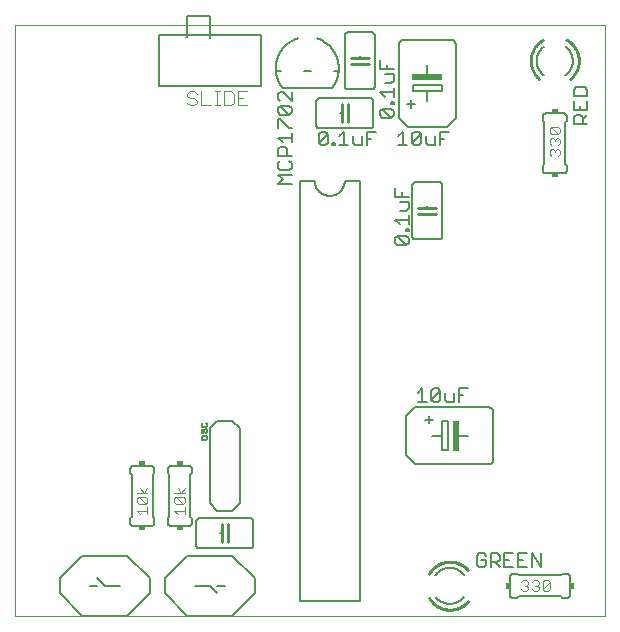
<source format=gto>
G75*
%MOIN*%
%OFA0B0*%
%FSLAX25Y25*%
%IPPOS*%
%LPD*%
%AMOC8*
5,1,8,0,0,1.08239X$1,22.5*
%
%ADD10C,0.00000*%
%ADD11C,0.00600*%
%ADD12C,0.01000*%
%ADD13C,0.00500*%
%ADD14R,0.02000X0.10000*%
%ADD15R,0.10000X0.02000*%
%ADD16C,0.00800*%
%ADD17R,0.02000X0.01500*%
%ADD18C,0.00400*%
%ADD19R,0.01500X0.02000*%
D10*
X0001800Y0001800D02*
X0001800Y0198650D01*
X0198650Y0198650D01*
X0198650Y0001800D01*
X0001800Y0001800D01*
D11*
X0040300Y0032800D02*
X0040300Y0034300D01*
X0040800Y0034800D01*
X0040800Y0048800D01*
X0040300Y0049300D01*
X0040300Y0050800D01*
X0040302Y0050860D01*
X0040307Y0050921D01*
X0040316Y0050980D01*
X0040329Y0051039D01*
X0040345Y0051098D01*
X0040365Y0051155D01*
X0040388Y0051210D01*
X0040415Y0051265D01*
X0040444Y0051317D01*
X0040477Y0051368D01*
X0040513Y0051417D01*
X0040551Y0051463D01*
X0040593Y0051507D01*
X0040637Y0051549D01*
X0040683Y0051587D01*
X0040732Y0051623D01*
X0040783Y0051656D01*
X0040835Y0051685D01*
X0040890Y0051712D01*
X0040945Y0051735D01*
X0041002Y0051755D01*
X0041061Y0051771D01*
X0041120Y0051784D01*
X0041179Y0051793D01*
X0041240Y0051798D01*
X0041300Y0051800D01*
X0047300Y0051800D01*
X0047360Y0051798D01*
X0047421Y0051793D01*
X0047480Y0051784D01*
X0047539Y0051771D01*
X0047598Y0051755D01*
X0047655Y0051735D01*
X0047710Y0051712D01*
X0047765Y0051685D01*
X0047817Y0051656D01*
X0047868Y0051623D01*
X0047917Y0051587D01*
X0047963Y0051549D01*
X0048007Y0051507D01*
X0048049Y0051463D01*
X0048087Y0051417D01*
X0048123Y0051368D01*
X0048156Y0051317D01*
X0048185Y0051265D01*
X0048212Y0051210D01*
X0048235Y0051155D01*
X0048255Y0051098D01*
X0048271Y0051039D01*
X0048284Y0050980D01*
X0048293Y0050921D01*
X0048298Y0050860D01*
X0048300Y0050800D01*
X0048300Y0049300D01*
X0047800Y0048800D01*
X0047800Y0034800D01*
X0048300Y0034300D01*
X0048300Y0032800D01*
X0048298Y0032740D01*
X0048293Y0032679D01*
X0048284Y0032620D01*
X0048271Y0032561D01*
X0048255Y0032502D01*
X0048235Y0032445D01*
X0048212Y0032390D01*
X0048185Y0032335D01*
X0048156Y0032283D01*
X0048123Y0032232D01*
X0048087Y0032183D01*
X0048049Y0032137D01*
X0048007Y0032093D01*
X0047963Y0032051D01*
X0047917Y0032013D01*
X0047868Y0031977D01*
X0047817Y0031944D01*
X0047765Y0031915D01*
X0047710Y0031888D01*
X0047655Y0031865D01*
X0047598Y0031845D01*
X0047539Y0031829D01*
X0047480Y0031816D01*
X0047421Y0031807D01*
X0047360Y0031802D01*
X0047300Y0031800D01*
X0041300Y0031800D01*
X0041240Y0031802D01*
X0041179Y0031807D01*
X0041120Y0031816D01*
X0041061Y0031829D01*
X0041002Y0031845D01*
X0040945Y0031865D01*
X0040890Y0031888D01*
X0040835Y0031915D01*
X0040783Y0031944D01*
X0040732Y0031977D01*
X0040683Y0032013D01*
X0040637Y0032051D01*
X0040593Y0032093D01*
X0040551Y0032137D01*
X0040513Y0032183D01*
X0040477Y0032232D01*
X0040444Y0032283D01*
X0040415Y0032335D01*
X0040388Y0032390D01*
X0040365Y0032445D01*
X0040345Y0032502D01*
X0040329Y0032561D01*
X0040316Y0032620D01*
X0040307Y0032679D01*
X0040302Y0032740D01*
X0040300Y0032800D01*
X0052800Y0032800D02*
X0052800Y0034300D01*
X0053300Y0034800D01*
X0053300Y0048800D01*
X0052800Y0049300D01*
X0052800Y0050800D01*
X0052802Y0050860D01*
X0052807Y0050921D01*
X0052816Y0050980D01*
X0052829Y0051039D01*
X0052845Y0051098D01*
X0052865Y0051155D01*
X0052888Y0051210D01*
X0052915Y0051265D01*
X0052944Y0051317D01*
X0052977Y0051368D01*
X0053013Y0051417D01*
X0053051Y0051463D01*
X0053093Y0051507D01*
X0053137Y0051549D01*
X0053183Y0051587D01*
X0053232Y0051623D01*
X0053283Y0051656D01*
X0053335Y0051685D01*
X0053390Y0051712D01*
X0053445Y0051735D01*
X0053502Y0051755D01*
X0053561Y0051771D01*
X0053620Y0051784D01*
X0053679Y0051793D01*
X0053740Y0051798D01*
X0053800Y0051800D01*
X0059800Y0051800D01*
X0059860Y0051798D01*
X0059921Y0051793D01*
X0059980Y0051784D01*
X0060039Y0051771D01*
X0060098Y0051755D01*
X0060155Y0051735D01*
X0060210Y0051712D01*
X0060265Y0051685D01*
X0060317Y0051656D01*
X0060368Y0051623D01*
X0060417Y0051587D01*
X0060463Y0051549D01*
X0060507Y0051507D01*
X0060549Y0051463D01*
X0060587Y0051417D01*
X0060623Y0051368D01*
X0060656Y0051317D01*
X0060685Y0051265D01*
X0060712Y0051210D01*
X0060735Y0051155D01*
X0060755Y0051098D01*
X0060771Y0051039D01*
X0060784Y0050980D01*
X0060793Y0050921D01*
X0060798Y0050860D01*
X0060800Y0050800D01*
X0060800Y0049300D01*
X0060300Y0048800D01*
X0060300Y0034800D01*
X0060800Y0034300D01*
X0060800Y0032800D01*
X0060798Y0032740D01*
X0060793Y0032679D01*
X0060784Y0032620D01*
X0060771Y0032561D01*
X0060755Y0032502D01*
X0060735Y0032445D01*
X0060712Y0032390D01*
X0060685Y0032335D01*
X0060656Y0032283D01*
X0060623Y0032232D01*
X0060587Y0032183D01*
X0060549Y0032137D01*
X0060507Y0032093D01*
X0060463Y0032051D01*
X0060417Y0032013D01*
X0060368Y0031977D01*
X0060317Y0031944D01*
X0060265Y0031915D01*
X0060210Y0031888D01*
X0060155Y0031865D01*
X0060098Y0031845D01*
X0060039Y0031829D01*
X0059980Y0031816D01*
X0059921Y0031807D01*
X0059860Y0031802D01*
X0059800Y0031800D01*
X0053800Y0031800D01*
X0053740Y0031802D01*
X0053679Y0031807D01*
X0053620Y0031816D01*
X0053561Y0031829D01*
X0053502Y0031845D01*
X0053445Y0031865D01*
X0053390Y0031888D01*
X0053335Y0031915D01*
X0053283Y0031944D01*
X0053232Y0031977D01*
X0053183Y0032013D01*
X0053137Y0032051D01*
X0053093Y0032093D01*
X0053051Y0032137D01*
X0053013Y0032183D01*
X0052977Y0032232D01*
X0052944Y0032283D01*
X0052915Y0032335D01*
X0052888Y0032390D01*
X0052865Y0032445D01*
X0052845Y0032502D01*
X0052829Y0032561D01*
X0052816Y0032620D01*
X0052807Y0032679D01*
X0052802Y0032740D01*
X0052800Y0032800D01*
X0062300Y0033300D02*
X0062300Y0025300D01*
X0062302Y0025240D01*
X0062307Y0025179D01*
X0062316Y0025120D01*
X0062329Y0025061D01*
X0062345Y0025002D01*
X0062365Y0024945D01*
X0062388Y0024890D01*
X0062415Y0024835D01*
X0062444Y0024783D01*
X0062477Y0024732D01*
X0062513Y0024683D01*
X0062551Y0024637D01*
X0062593Y0024593D01*
X0062637Y0024551D01*
X0062683Y0024513D01*
X0062732Y0024477D01*
X0062783Y0024444D01*
X0062835Y0024415D01*
X0062890Y0024388D01*
X0062945Y0024365D01*
X0063002Y0024345D01*
X0063061Y0024329D01*
X0063120Y0024316D01*
X0063179Y0024307D01*
X0063240Y0024302D01*
X0063300Y0024300D01*
X0080300Y0024300D01*
X0080360Y0024302D01*
X0080421Y0024307D01*
X0080480Y0024316D01*
X0080539Y0024329D01*
X0080598Y0024345D01*
X0080655Y0024365D01*
X0080710Y0024388D01*
X0080765Y0024415D01*
X0080817Y0024444D01*
X0080868Y0024477D01*
X0080917Y0024513D01*
X0080963Y0024551D01*
X0081007Y0024593D01*
X0081049Y0024637D01*
X0081087Y0024683D01*
X0081123Y0024732D01*
X0081156Y0024783D01*
X0081185Y0024835D01*
X0081212Y0024890D01*
X0081235Y0024945D01*
X0081255Y0025002D01*
X0081271Y0025061D01*
X0081284Y0025120D01*
X0081293Y0025179D01*
X0081298Y0025240D01*
X0081300Y0025300D01*
X0081300Y0033300D01*
X0081298Y0033360D01*
X0081293Y0033421D01*
X0081284Y0033480D01*
X0081271Y0033539D01*
X0081255Y0033598D01*
X0081235Y0033655D01*
X0081212Y0033710D01*
X0081185Y0033765D01*
X0081156Y0033817D01*
X0081123Y0033868D01*
X0081087Y0033917D01*
X0081049Y0033963D01*
X0081007Y0034007D01*
X0080963Y0034049D01*
X0080917Y0034087D01*
X0080868Y0034123D01*
X0080817Y0034156D01*
X0080765Y0034185D01*
X0080710Y0034212D01*
X0080655Y0034235D01*
X0080598Y0034255D01*
X0080539Y0034271D01*
X0080480Y0034284D01*
X0080421Y0034293D01*
X0080360Y0034298D01*
X0080300Y0034300D01*
X0063300Y0034300D01*
X0063240Y0034298D01*
X0063179Y0034293D01*
X0063120Y0034284D01*
X0063061Y0034271D01*
X0063002Y0034255D01*
X0062945Y0034235D01*
X0062890Y0034212D01*
X0062835Y0034185D01*
X0062783Y0034156D01*
X0062732Y0034123D01*
X0062683Y0034087D01*
X0062637Y0034049D01*
X0062593Y0034007D01*
X0062551Y0033963D01*
X0062513Y0033917D01*
X0062477Y0033868D01*
X0062444Y0033817D01*
X0062415Y0033765D01*
X0062388Y0033710D01*
X0062365Y0033655D01*
X0062345Y0033598D01*
X0062329Y0033539D01*
X0062316Y0033480D01*
X0062307Y0033421D01*
X0062302Y0033360D01*
X0062300Y0033300D01*
X0070300Y0029300D02*
X0070800Y0029300D01*
X0072800Y0029300D02*
X0073300Y0029300D01*
X0096800Y0006800D02*
X0096800Y0146300D01*
X0096800Y0146800D02*
X0101800Y0146800D01*
X0101802Y0146660D01*
X0101808Y0146520D01*
X0101818Y0146380D01*
X0101831Y0146240D01*
X0101849Y0146101D01*
X0101871Y0145962D01*
X0101896Y0145825D01*
X0101925Y0145687D01*
X0101958Y0145551D01*
X0101995Y0145416D01*
X0102036Y0145282D01*
X0102081Y0145149D01*
X0102129Y0145017D01*
X0102181Y0144887D01*
X0102236Y0144758D01*
X0102295Y0144631D01*
X0102358Y0144505D01*
X0102424Y0144381D01*
X0102493Y0144260D01*
X0102566Y0144140D01*
X0102643Y0144022D01*
X0102722Y0143907D01*
X0102805Y0143793D01*
X0102891Y0143683D01*
X0102980Y0143574D01*
X0103072Y0143468D01*
X0103167Y0143365D01*
X0103264Y0143264D01*
X0103365Y0143167D01*
X0103468Y0143072D01*
X0103574Y0142980D01*
X0103683Y0142891D01*
X0103793Y0142805D01*
X0103907Y0142722D01*
X0104022Y0142643D01*
X0104140Y0142566D01*
X0104260Y0142493D01*
X0104381Y0142424D01*
X0104505Y0142358D01*
X0104631Y0142295D01*
X0104758Y0142236D01*
X0104887Y0142181D01*
X0105017Y0142129D01*
X0105149Y0142081D01*
X0105282Y0142036D01*
X0105416Y0141995D01*
X0105551Y0141958D01*
X0105687Y0141925D01*
X0105825Y0141896D01*
X0105962Y0141871D01*
X0106101Y0141849D01*
X0106240Y0141831D01*
X0106380Y0141818D01*
X0106520Y0141808D01*
X0106660Y0141802D01*
X0106800Y0141800D01*
X0106940Y0141802D01*
X0107080Y0141808D01*
X0107220Y0141818D01*
X0107360Y0141831D01*
X0107499Y0141849D01*
X0107638Y0141871D01*
X0107775Y0141896D01*
X0107913Y0141925D01*
X0108049Y0141958D01*
X0108184Y0141995D01*
X0108318Y0142036D01*
X0108451Y0142081D01*
X0108583Y0142129D01*
X0108713Y0142181D01*
X0108842Y0142236D01*
X0108969Y0142295D01*
X0109095Y0142358D01*
X0109219Y0142424D01*
X0109340Y0142493D01*
X0109460Y0142566D01*
X0109578Y0142643D01*
X0109693Y0142722D01*
X0109807Y0142805D01*
X0109917Y0142891D01*
X0110026Y0142980D01*
X0110132Y0143072D01*
X0110235Y0143167D01*
X0110336Y0143264D01*
X0110433Y0143365D01*
X0110528Y0143468D01*
X0110620Y0143574D01*
X0110709Y0143683D01*
X0110795Y0143793D01*
X0110878Y0143907D01*
X0110957Y0144022D01*
X0111034Y0144140D01*
X0111107Y0144260D01*
X0111176Y0144381D01*
X0111242Y0144505D01*
X0111305Y0144631D01*
X0111364Y0144758D01*
X0111419Y0144887D01*
X0111471Y0145017D01*
X0111519Y0145149D01*
X0111564Y0145282D01*
X0111605Y0145416D01*
X0111642Y0145551D01*
X0111675Y0145687D01*
X0111704Y0145825D01*
X0111729Y0145962D01*
X0111751Y0146101D01*
X0111769Y0146240D01*
X0111782Y0146380D01*
X0111792Y0146520D01*
X0111798Y0146660D01*
X0111800Y0146800D01*
X0116800Y0146800D01*
X0116800Y0006800D01*
X0096800Y0006800D01*
X0135300Y0052300D02*
X0132300Y0055300D01*
X0132300Y0068300D01*
X0135300Y0071300D01*
X0159800Y0071300D01*
X0159876Y0071298D01*
X0159952Y0071292D01*
X0160027Y0071283D01*
X0160102Y0071269D01*
X0160176Y0071252D01*
X0160249Y0071231D01*
X0160321Y0071207D01*
X0160392Y0071178D01*
X0160461Y0071147D01*
X0160528Y0071112D01*
X0160593Y0071073D01*
X0160657Y0071031D01*
X0160718Y0070986D01*
X0160777Y0070938D01*
X0160833Y0070887D01*
X0160887Y0070833D01*
X0160938Y0070777D01*
X0160986Y0070718D01*
X0161031Y0070657D01*
X0161073Y0070593D01*
X0161112Y0070528D01*
X0161147Y0070461D01*
X0161178Y0070392D01*
X0161207Y0070321D01*
X0161231Y0070249D01*
X0161252Y0070176D01*
X0161269Y0070102D01*
X0161283Y0070027D01*
X0161292Y0069952D01*
X0161298Y0069876D01*
X0161300Y0069800D01*
X0161300Y0053800D01*
X0161298Y0053724D01*
X0161292Y0053648D01*
X0161283Y0053573D01*
X0161269Y0053498D01*
X0161252Y0053424D01*
X0161231Y0053351D01*
X0161207Y0053279D01*
X0161178Y0053208D01*
X0161147Y0053139D01*
X0161112Y0053072D01*
X0161073Y0053007D01*
X0161031Y0052943D01*
X0160986Y0052882D01*
X0160938Y0052823D01*
X0160887Y0052767D01*
X0160833Y0052713D01*
X0160777Y0052662D01*
X0160718Y0052614D01*
X0160657Y0052569D01*
X0160593Y0052527D01*
X0160528Y0052488D01*
X0160461Y0052453D01*
X0160392Y0052422D01*
X0160321Y0052393D01*
X0160249Y0052369D01*
X0160176Y0052348D01*
X0160102Y0052331D01*
X0160027Y0052317D01*
X0159952Y0052308D01*
X0159876Y0052302D01*
X0159800Y0052300D01*
X0135300Y0052300D01*
X0144300Y0057000D02*
X0146300Y0057000D01*
X0146300Y0066600D01*
X0144300Y0066600D01*
X0144300Y0061800D01*
X0144300Y0057000D01*
X0144300Y0061800D02*
X0140800Y0061800D01*
X0139800Y0065900D02*
X0139800Y0068400D01*
X0141100Y0067200D02*
X0138500Y0067200D01*
X0149300Y0061800D02*
X0152800Y0061800D01*
X0167800Y0015800D02*
X0169300Y0015800D01*
X0169800Y0015300D01*
X0183800Y0015300D01*
X0184300Y0015800D01*
X0185800Y0015800D01*
X0185860Y0015798D01*
X0185921Y0015793D01*
X0185980Y0015784D01*
X0186039Y0015771D01*
X0186098Y0015755D01*
X0186155Y0015735D01*
X0186210Y0015712D01*
X0186265Y0015685D01*
X0186317Y0015656D01*
X0186368Y0015623D01*
X0186417Y0015587D01*
X0186463Y0015549D01*
X0186507Y0015507D01*
X0186549Y0015463D01*
X0186587Y0015417D01*
X0186623Y0015368D01*
X0186656Y0015317D01*
X0186685Y0015265D01*
X0186712Y0015210D01*
X0186735Y0015155D01*
X0186755Y0015098D01*
X0186771Y0015039D01*
X0186784Y0014980D01*
X0186793Y0014921D01*
X0186798Y0014860D01*
X0186800Y0014800D01*
X0186800Y0008800D01*
X0186798Y0008740D01*
X0186793Y0008679D01*
X0186784Y0008620D01*
X0186771Y0008561D01*
X0186755Y0008502D01*
X0186735Y0008445D01*
X0186712Y0008390D01*
X0186685Y0008335D01*
X0186656Y0008283D01*
X0186623Y0008232D01*
X0186587Y0008183D01*
X0186549Y0008137D01*
X0186507Y0008093D01*
X0186463Y0008051D01*
X0186417Y0008013D01*
X0186368Y0007977D01*
X0186317Y0007944D01*
X0186265Y0007915D01*
X0186210Y0007888D01*
X0186155Y0007865D01*
X0186098Y0007845D01*
X0186039Y0007829D01*
X0185980Y0007816D01*
X0185921Y0007807D01*
X0185860Y0007802D01*
X0185800Y0007800D01*
X0184300Y0007800D01*
X0183800Y0008300D01*
X0169800Y0008300D01*
X0169300Y0007800D01*
X0167800Y0007800D01*
X0167740Y0007802D01*
X0167679Y0007807D01*
X0167620Y0007816D01*
X0167561Y0007829D01*
X0167502Y0007845D01*
X0167445Y0007865D01*
X0167390Y0007888D01*
X0167335Y0007915D01*
X0167283Y0007944D01*
X0167232Y0007977D01*
X0167183Y0008013D01*
X0167137Y0008051D01*
X0167093Y0008093D01*
X0167051Y0008137D01*
X0167013Y0008183D01*
X0166977Y0008232D01*
X0166944Y0008283D01*
X0166915Y0008335D01*
X0166888Y0008390D01*
X0166865Y0008445D01*
X0166845Y0008502D01*
X0166829Y0008561D01*
X0166816Y0008620D01*
X0166807Y0008679D01*
X0166802Y0008740D01*
X0166800Y0008800D01*
X0166800Y0014800D01*
X0166802Y0014860D01*
X0166807Y0014921D01*
X0166816Y0014980D01*
X0166829Y0015039D01*
X0166845Y0015098D01*
X0166865Y0015155D01*
X0166888Y0015210D01*
X0166915Y0015265D01*
X0166944Y0015317D01*
X0166977Y0015368D01*
X0167013Y0015417D01*
X0167051Y0015463D01*
X0167093Y0015507D01*
X0167137Y0015549D01*
X0167183Y0015587D01*
X0167232Y0015623D01*
X0167283Y0015656D01*
X0167335Y0015685D01*
X0167390Y0015712D01*
X0167445Y0015735D01*
X0167502Y0015755D01*
X0167561Y0015771D01*
X0167620Y0015784D01*
X0167679Y0015793D01*
X0167740Y0015798D01*
X0167800Y0015800D01*
X0146800Y0005800D02*
X0146648Y0005802D01*
X0146497Y0005808D01*
X0146346Y0005817D01*
X0146194Y0005831D01*
X0146044Y0005848D01*
X0145894Y0005869D01*
X0145744Y0005894D01*
X0145595Y0005922D01*
X0145447Y0005955D01*
X0145300Y0005991D01*
X0145153Y0006030D01*
X0145008Y0006074D01*
X0144864Y0006121D01*
X0144721Y0006172D01*
X0144580Y0006226D01*
X0144439Y0006284D01*
X0144301Y0006345D01*
X0144164Y0006410D01*
X0144028Y0006479D01*
X0143895Y0006550D01*
X0143763Y0006625D01*
X0143633Y0006704D01*
X0143506Y0006785D01*
X0143380Y0006870D01*
X0143256Y0006958D01*
X0143135Y0007049D01*
X0143016Y0007143D01*
X0142900Y0007241D01*
X0142786Y0007341D01*
X0142674Y0007443D01*
X0142566Y0007549D01*
X0142460Y0007657D01*
X0142356Y0007768D01*
X0142256Y0007882D01*
X0142158Y0007998D01*
X0142064Y0008117D01*
X0146800Y0017800D02*
X0146954Y0017798D01*
X0147108Y0017792D01*
X0147262Y0017782D01*
X0147416Y0017768D01*
X0147569Y0017751D01*
X0147721Y0017729D01*
X0147873Y0017703D01*
X0148025Y0017674D01*
X0148175Y0017640D01*
X0148325Y0017603D01*
X0148473Y0017562D01*
X0148621Y0017517D01*
X0148767Y0017468D01*
X0148912Y0017416D01*
X0149055Y0017360D01*
X0149198Y0017300D01*
X0149338Y0017237D01*
X0149477Y0017170D01*
X0149614Y0017099D01*
X0149749Y0017025D01*
X0149882Y0016948D01*
X0150014Y0016867D01*
X0150143Y0016783D01*
X0150270Y0016695D01*
X0150394Y0016604D01*
X0150516Y0016511D01*
X0150636Y0016413D01*
X0150753Y0016313D01*
X0150868Y0016210D01*
X0150980Y0016104D01*
X0151089Y0015996D01*
X0151195Y0015884D01*
X0151299Y0015770D01*
X0151399Y0015653D01*
X0151497Y0015534D01*
X0151591Y0015412D01*
X0151682Y0015287D01*
X0146800Y0017800D02*
X0146650Y0017798D01*
X0146499Y0017792D01*
X0146349Y0017783D01*
X0146200Y0017770D01*
X0146050Y0017753D01*
X0145901Y0017732D01*
X0145753Y0017708D01*
X0145605Y0017680D01*
X0145458Y0017648D01*
X0145312Y0017613D01*
X0145167Y0017573D01*
X0145023Y0017531D01*
X0144880Y0017484D01*
X0144738Y0017434D01*
X0144597Y0017381D01*
X0144458Y0017324D01*
X0144320Y0017264D01*
X0144184Y0017200D01*
X0144050Y0017133D01*
X0143917Y0017062D01*
X0143786Y0016988D01*
X0143657Y0016911D01*
X0143530Y0016830D01*
X0143405Y0016747D01*
X0143282Y0016660D01*
X0143161Y0016571D01*
X0143043Y0016478D01*
X0142927Y0016382D01*
X0142813Y0016284D01*
X0142702Y0016183D01*
X0142593Y0016078D01*
X0142488Y0015972D01*
X0142384Y0015862D01*
X0142284Y0015750D01*
X0142186Y0015636D01*
X0142092Y0015519D01*
X0142000Y0015400D01*
X0146800Y0005800D02*
X0146952Y0005802D01*
X0147103Y0005808D01*
X0147254Y0005817D01*
X0147406Y0005831D01*
X0147556Y0005848D01*
X0147706Y0005869D01*
X0147856Y0005894D01*
X0148005Y0005922D01*
X0148153Y0005955D01*
X0148300Y0005991D01*
X0148447Y0006030D01*
X0148592Y0006074D01*
X0148736Y0006121D01*
X0148879Y0006172D01*
X0149020Y0006226D01*
X0149161Y0006284D01*
X0149299Y0006345D01*
X0149436Y0006410D01*
X0149572Y0006479D01*
X0149705Y0006550D01*
X0149837Y0006625D01*
X0149967Y0006704D01*
X0150094Y0006785D01*
X0150220Y0006870D01*
X0150344Y0006958D01*
X0150465Y0007049D01*
X0150584Y0007143D01*
X0150700Y0007241D01*
X0150814Y0007341D01*
X0150926Y0007443D01*
X0151034Y0007549D01*
X0151140Y0007657D01*
X0151244Y0007768D01*
X0151344Y0007882D01*
X0151442Y0007998D01*
X0151536Y0008117D01*
X0143300Y0127300D02*
X0135300Y0127300D01*
X0135240Y0127302D01*
X0135179Y0127307D01*
X0135120Y0127316D01*
X0135061Y0127329D01*
X0135002Y0127345D01*
X0134945Y0127365D01*
X0134890Y0127388D01*
X0134835Y0127415D01*
X0134783Y0127444D01*
X0134732Y0127477D01*
X0134683Y0127513D01*
X0134637Y0127551D01*
X0134593Y0127593D01*
X0134551Y0127637D01*
X0134513Y0127683D01*
X0134477Y0127732D01*
X0134444Y0127783D01*
X0134415Y0127835D01*
X0134388Y0127890D01*
X0134365Y0127945D01*
X0134345Y0128002D01*
X0134329Y0128061D01*
X0134316Y0128120D01*
X0134307Y0128179D01*
X0134302Y0128240D01*
X0134300Y0128300D01*
X0134300Y0145300D01*
X0134302Y0145360D01*
X0134307Y0145421D01*
X0134316Y0145480D01*
X0134329Y0145539D01*
X0134345Y0145598D01*
X0134365Y0145655D01*
X0134388Y0145710D01*
X0134415Y0145765D01*
X0134444Y0145817D01*
X0134477Y0145868D01*
X0134513Y0145917D01*
X0134551Y0145963D01*
X0134593Y0146007D01*
X0134637Y0146049D01*
X0134683Y0146087D01*
X0134732Y0146123D01*
X0134783Y0146156D01*
X0134835Y0146185D01*
X0134890Y0146212D01*
X0134945Y0146235D01*
X0135002Y0146255D01*
X0135061Y0146271D01*
X0135120Y0146284D01*
X0135179Y0146293D01*
X0135240Y0146298D01*
X0135300Y0146300D01*
X0143300Y0146300D01*
X0143360Y0146298D01*
X0143421Y0146293D01*
X0143480Y0146284D01*
X0143539Y0146271D01*
X0143598Y0146255D01*
X0143655Y0146235D01*
X0143710Y0146212D01*
X0143765Y0146185D01*
X0143817Y0146156D01*
X0143868Y0146123D01*
X0143917Y0146087D01*
X0143963Y0146049D01*
X0144007Y0146007D01*
X0144049Y0145963D01*
X0144087Y0145917D01*
X0144123Y0145868D01*
X0144156Y0145817D01*
X0144185Y0145765D01*
X0144212Y0145710D01*
X0144235Y0145655D01*
X0144255Y0145598D01*
X0144271Y0145539D01*
X0144284Y0145480D01*
X0144293Y0145421D01*
X0144298Y0145360D01*
X0144300Y0145300D01*
X0144300Y0128300D01*
X0144298Y0128240D01*
X0144293Y0128179D01*
X0144284Y0128120D01*
X0144271Y0128061D01*
X0144255Y0128002D01*
X0144235Y0127945D01*
X0144212Y0127890D01*
X0144185Y0127835D01*
X0144156Y0127783D01*
X0144123Y0127732D01*
X0144087Y0127683D01*
X0144049Y0127637D01*
X0144007Y0127593D01*
X0143963Y0127551D01*
X0143917Y0127513D01*
X0143868Y0127477D01*
X0143817Y0127444D01*
X0143765Y0127415D01*
X0143710Y0127388D01*
X0143655Y0127365D01*
X0143598Y0127345D01*
X0143539Y0127329D01*
X0143480Y0127316D01*
X0143421Y0127307D01*
X0143360Y0127302D01*
X0143300Y0127300D01*
X0139300Y0135300D02*
X0139300Y0135800D01*
X0139300Y0137800D02*
X0139300Y0138300D01*
X0120300Y0164300D02*
X0103300Y0164300D01*
X0103240Y0164302D01*
X0103179Y0164307D01*
X0103120Y0164316D01*
X0103061Y0164329D01*
X0103002Y0164345D01*
X0102945Y0164365D01*
X0102890Y0164388D01*
X0102835Y0164415D01*
X0102783Y0164444D01*
X0102732Y0164477D01*
X0102683Y0164513D01*
X0102637Y0164551D01*
X0102593Y0164593D01*
X0102551Y0164637D01*
X0102513Y0164683D01*
X0102477Y0164732D01*
X0102444Y0164783D01*
X0102415Y0164835D01*
X0102388Y0164890D01*
X0102365Y0164945D01*
X0102345Y0165002D01*
X0102329Y0165061D01*
X0102316Y0165120D01*
X0102307Y0165179D01*
X0102302Y0165240D01*
X0102300Y0165300D01*
X0102300Y0173300D01*
X0102302Y0173360D01*
X0102307Y0173421D01*
X0102316Y0173480D01*
X0102329Y0173539D01*
X0102345Y0173598D01*
X0102365Y0173655D01*
X0102388Y0173710D01*
X0102415Y0173765D01*
X0102444Y0173817D01*
X0102477Y0173868D01*
X0102513Y0173917D01*
X0102551Y0173963D01*
X0102593Y0174007D01*
X0102637Y0174049D01*
X0102683Y0174087D01*
X0102732Y0174123D01*
X0102783Y0174156D01*
X0102835Y0174185D01*
X0102890Y0174212D01*
X0102945Y0174235D01*
X0103002Y0174255D01*
X0103061Y0174271D01*
X0103120Y0174284D01*
X0103179Y0174293D01*
X0103240Y0174298D01*
X0103300Y0174300D01*
X0120300Y0174300D01*
X0120360Y0174298D01*
X0120421Y0174293D01*
X0120480Y0174284D01*
X0120539Y0174271D01*
X0120598Y0174255D01*
X0120655Y0174235D01*
X0120710Y0174212D01*
X0120765Y0174185D01*
X0120817Y0174156D01*
X0120868Y0174123D01*
X0120917Y0174087D01*
X0120963Y0174049D01*
X0121007Y0174007D01*
X0121049Y0173963D01*
X0121087Y0173917D01*
X0121123Y0173868D01*
X0121156Y0173817D01*
X0121185Y0173765D01*
X0121212Y0173710D01*
X0121235Y0173655D01*
X0121255Y0173598D01*
X0121271Y0173539D01*
X0121284Y0173480D01*
X0121293Y0173421D01*
X0121298Y0173360D01*
X0121300Y0173300D01*
X0121300Y0165300D01*
X0121298Y0165240D01*
X0121293Y0165179D01*
X0121284Y0165120D01*
X0121271Y0165061D01*
X0121255Y0165002D01*
X0121235Y0164945D01*
X0121212Y0164890D01*
X0121185Y0164835D01*
X0121156Y0164783D01*
X0121123Y0164732D01*
X0121087Y0164683D01*
X0121049Y0164637D01*
X0121007Y0164593D01*
X0120963Y0164551D01*
X0120917Y0164513D01*
X0120868Y0164477D01*
X0120817Y0164444D01*
X0120765Y0164415D01*
X0120710Y0164388D01*
X0120655Y0164365D01*
X0120598Y0164345D01*
X0120539Y0164329D01*
X0120480Y0164316D01*
X0120421Y0164307D01*
X0120360Y0164302D01*
X0120300Y0164300D01*
X0113300Y0169300D02*
X0112800Y0169300D01*
X0110800Y0169300D02*
X0110300Y0169300D01*
X0112800Y0177300D02*
X0120800Y0177300D01*
X0120860Y0177302D01*
X0120921Y0177307D01*
X0120980Y0177316D01*
X0121039Y0177329D01*
X0121098Y0177345D01*
X0121155Y0177365D01*
X0121210Y0177388D01*
X0121265Y0177415D01*
X0121317Y0177444D01*
X0121368Y0177477D01*
X0121417Y0177513D01*
X0121463Y0177551D01*
X0121507Y0177593D01*
X0121549Y0177637D01*
X0121587Y0177683D01*
X0121623Y0177732D01*
X0121656Y0177783D01*
X0121685Y0177835D01*
X0121712Y0177890D01*
X0121735Y0177945D01*
X0121755Y0178002D01*
X0121771Y0178061D01*
X0121784Y0178120D01*
X0121793Y0178179D01*
X0121798Y0178240D01*
X0121800Y0178300D01*
X0121800Y0195300D01*
X0121798Y0195360D01*
X0121793Y0195421D01*
X0121784Y0195480D01*
X0121771Y0195539D01*
X0121755Y0195598D01*
X0121735Y0195655D01*
X0121712Y0195710D01*
X0121685Y0195765D01*
X0121656Y0195817D01*
X0121623Y0195868D01*
X0121587Y0195917D01*
X0121549Y0195963D01*
X0121507Y0196007D01*
X0121463Y0196049D01*
X0121417Y0196087D01*
X0121368Y0196123D01*
X0121317Y0196156D01*
X0121265Y0196185D01*
X0121210Y0196212D01*
X0121155Y0196235D01*
X0121098Y0196255D01*
X0121039Y0196271D01*
X0120980Y0196284D01*
X0120921Y0196293D01*
X0120860Y0196298D01*
X0120800Y0196300D01*
X0112800Y0196300D01*
X0112740Y0196298D01*
X0112679Y0196293D01*
X0112620Y0196284D01*
X0112561Y0196271D01*
X0112502Y0196255D01*
X0112445Y0196235D01*
X0112390Y0196212D01*
X0112335Y0196185D01*
X0112283Y0196156D01*
X0112232Y0196123D01*
X0112183Y0196087D01*
X0112137Y0196049D01*
X0112093Y0196007D01*
X0112051Y0195963D01*
X0112013Y0195917D01*
X0111977Y0195868D01*
X0111944Y0195817D01*
X0111915Y0195765D01*
X0111888Y0195710D01*
X0111865Y0195655D01*
X0111845Y0195598D01*
X0111829Y0195539D01*
X0111816Y0195480D01*
X0111807Y0195421D01*
X0111802Y0195360D01*
X0111800Y0195300D01*
X0111800Y0178300D01*
X0111802Y0178240D01*
X0111807Y0178179D01*
X0111816Y0178120D01*
X0111829Y0178061D01*
X0111845Y0178002D01*
X0111865Y0177945D01*
X0111888Y0177890D01*
X0111915Y0177835D01*
X0111944Y0177783D01*
X0111977Y0177732D01*
X0112013Y0177683D01*
X0112051Y0177637D01*
X0112093Y0177593D01*
X0112137Y0177551D01*
X0112183Y0177513D01*
X0112232Y0177477D01*
X0112283Y0177444D01*
X0112335Y0177415D01*
X0112390Y0177388D01*
X0112445Y0177365D01*
X0112502Y0177345D01*
X0112561Y0177329D01*
X0112620Y0177316D01*
X0112679Y0177307D01*
X0112740Y0177302D01*
X0112800Y0177300D01*
X0116800Y0185300D02*
X0116800Y0185800D01*
X0116800Y0187800D02*
X0116800Y0188300D01*
X0129800Y0192300D02*
X0129800Y0167800D01*
X0132800Y0164800D01*
X0145800Y0164800D01*
X0148800Y0167800D01*
X0148800Y0192300D01*
X0148798Y0192376D01*
X0148792Y0192452D01*
X0148783Y0192527D01*
X0148769Y0192602D01*
X0148752Y0192676D01*
X0148731Y0192749D01*
X0148707Y0192821D01*
X0148678Y0192892D01*
X0148647Y0192961D01*
X0148612Y0193028D01*
X0148573Y0193093D01*
X0148531Y0193157D01*
X0148486Y0193218D01*
X0148438Y0193277D01*
X0148387Y0193333D01*
X0148333Y0193387D01*
X0148277Y0193438D01*
X0148218Y0193486D01*
X0148157Y0193531D01*
X0148093Y0193573D01*
X0148028Y0193612D01*
X0147961Y0193647D01*
X0147892Y0193678D01*
X0147821Y0193707D01*
X0147749Y0193731D01*
X0147676Y0193752D01*
X0147602Y0193769D01*
X0147527Y0193783D01*
X0147452Y0193792D01*
X0147376Y0193798D01*
X0147300Y0193800D01*
X0131300Y0193800D01*
X0131224Y0193798D01*
X0131148Y0193792D01*
X0131073Y0193783D01*
X0130998Y0193769D01*
X0130924Y0193752D01*
X0130851Y0193731D01*
X0130779Y0193707D01*
X0130708Y0193678D01*
X0130639Y0193647D01*
X0130572Y0193612D01*
X0130507Y0193573D01*
X0130443Y0193531D01*
X0130382Y0193486D01*
X0130323Y0193438D01*
X0130267Y0193387D01*
X0130213Y0193333D01*
X0130162Y0193277D01*
X0130114Y0193218D01*
X0130069Y0193157D01*
X0130027Y0193093D01*
X0129988Y0193028D01*
X0129953Y0192961D01*
X0129922Y0192892D01*
X0129893Y0192821D01*
X0129869Y0192749D01*
X0129848Y0192676D01*
X0129831Y0192602D01*
X0129817Y0192527D01*
X0129808Y0192452D01*
X0129802Y0192376D01*
X0129800Y0192300D01*
X0139300Y0185300D02*
X0139300Y0181800D01*
X0139300Y0176800D02*
X0134500Y0176800D01*
X0134500Y0178800D01*
X0144100Y0178800D01*
X0144100Y0176800D01*
X0139300Y0176800D01*
X0139300Y0173300D01*
X0135200Y0172300D02*
X0132700Y0172300D01*
X0133900Y0173600D02*
X0133900Y0171000D01*
X0177800Y0168300D02*
X0177800Y0166800D01*
X0178300Y0166300D01*
X0178300Y0152300D01*
X0177800Y0151800D01*
X0177800Y0150300D01*
X0177802Y0150240D01*
X0177807Y0150179D01*
X0177816Y0150120D01*
X0177829Y0150061D01*
X0177845Y0150002D01*
X0177865Y0149945D01*
X0177888Y0149890D01*
X0177915Y0149835D01*
X0177944Y0149783D01*
X0177977Y0149732D01*
X0178013Y0149683D01*
X0178051Y0149637D01*
X0178093Y0149593D01*
X0178137Y0149551D01*
X0178183Y0149513D01*
X0178232Y0149477D01*
X0178283Y0149444D01*
X0178335Y0149415D01*
X0178390Y0149388D01*
X0178445Y0149365D01*
X0178502Y0149345D01*
X0178561Y0149329D01*
X0178620Y0149316D01*
X0178679Y0149307D01*
X0178740Y0149302D01*
X0178800Y0149300D01*
X0184800Y0149300D01*
X0184860Y0149302D01*
X0184921Y0149307D01*
X0184980Y0149316D01*
X0185039Y0149329D01*
X0185098Y0149345D01*
X0185155Y0149365D01*
X0185210Y0149388D01*
X0185265Y0149415D01*
X0185317Y0149444D01*
X0185368Y0149477D01*
X0185417Y0149513D01*
X0185463Y0149551D01*
X0185507Y0149593D01*
X0185549Y0149637D01*
X0185587Y0149683D01*
X0185623Y0149732D01*
X0185656Y0149783D01*
X0185685Y0149835D01*
X0185712Y0149890D01*
X0185735Y0149945D01*
X0185755Y0150002D01*
X0185771Y0150061D01*
X0185784Y0150120D01*
X0185793Y0150179D01*
X0185798Y0150240D01*
X0185800Y0150300D01*
X0185800Y0151800D01*
X0185300Y0152300D01*
X0185300Y0166300D01*
X0185800Y0166800D01*
X0185800Y0168300D01*
X0185798Y0168360D01*
X0185793Y0168421D01*
X0185784Y0168480D01*
X0185771Y0168539D01*
X0185755Y0168598D01*
X0185735Y0168655D01*
X0185712Y0168710D01*
X0185685Y0168765D01*
X0185656Y0168817D01*
X0185623Y0168868D01*
X0185587Y0168917D01*
X0185549Y0168963D01*
X0185507Y0169007D01*
X0185463Y0169049D01*
X0185417Y0169087D01*
X0185368Y0169123D01*
X0185317Y0169156D01*
X0185265Y0169185D01*
X0185210Y0169212D01*
X0185155Y0169235D01*
X0185098Y0169255D01*
X0185039Y0169271D01*
X0184980Y0169284D01*
X0184921Y0169293D01*
X0184860Y0169298D01*
X0184800Y0169300D01*
X0178800Y0169300D01*
X0178740Y0169298D01*
X0178679Y0169293D01*
X0178620Y0169284D01*
X0178561Y0169271D01*
X0178502Y0169255D01*
X0178445Y0169235D01*
X0178390Y0169212D01*
X0178335Y0169185D01*
X0178283Y0169156D01*
X0178232Y0169123D01*
X0178183Y0169087D01*
X0178137Y0169049D01*
X0178093Y0169007D01*
X0178051Y0168963D01*
X0178013Y0168917D01*
X0177977Y0168868D01*
X0177944Y0168817D01*
X0177915Y0168765D01*
X0177888Y0168710D01*
X0177865Y0168655D01*
X0177845Y0168598D01*
X0177829Y0168539D01*
X0177816Y0168480D01*
X0177807Y0168421D01*
X0177802Y0168360D01*
X0177800Y0168300D01*
X0175800Y0186800D02*
X0175802Y0186952D01*
X0175808Y0187103D01*
X0175817Y0187254D01*
X0175831Y0187406D01*
X0175848Y0187556D01*
X0175869Y0187706D01*
X0175894Y0187856D01*
X0175922Y0188005D01*
X0175955Y0188153D01*
X0175991Y0188300D01*
X0176030Y0188447D01*
X0176074Y0188592D01*
X0176121Y0188736D01*
X0176172Y0188879D01*
X0176226Y0189020D01*
X0176284Y0189161D01*
X0176345Y0189299D01*
X0176410Y0189436D01*
X0176479Y0189572D01*
X0176550Y0189705D01*
X0176625Y0189837D01*
X0176704Y0189967D01*
X0176785Y0190094D01*
X0176870Y0190220D01*
X0176958Y0190344D01*
X0177049Y0190465D01*
X0177143Y0190584D01*
X0177241Y0190700D01*
X0177341Y0190814D01*
X0177443Y0190926D01*
X0177549Y0191034D01*
X0177657Y0191140D01*
X0177768Y0191244D01*
X0177882Y0191344D01*
X0177998Y0191442D01*
X0178117Y0191536D01*
X0187800Y0186800D02*
X0187798Y0186646D01*
X0187792Y0186492D01*
X0187782Y0186338D01*
X0187768Y0186184D01*
X0187751Y0186031D01*
X0187729Y0185879D01*
X0187703Y0185727D01*
X0187674Y0185575D01*
X0187640Y0185425D01*
X0187603Y0185275D01*
X0187562Y0185127D01*
X0187517Y0184979D01*
X0187468Y0184833D01*
X0187416Y0184688D01*
X0187360Y0184545D01*
X0187300Y0184402D01*
X0187237Y0184262D01*
X0187170Y0184123D01*
X0187099Y0183986D01*
X0187025Y0183851D01*
X0186948Y0183718D01*
X0186867Y0183586D01*
X0186783Y0183457D01*
X0186695Y0183330D01*
X0186604Y0183206D01*
X0186511Y0183084D01*
X0186413Y0182964D01*
X0186313Y0182847D01*
X0186210Y0182732D01*
X0186104Y0182620D01*
X0185996Y0182511D01*
X0185884Y0182405D01*
X0185770Y0182301D01*
X0185653Y0182201D01*
X0185534Y0182103D01*
X0185412Y0182009D01*
X0185287Y0181918D01*
X0187800Y0186800D02*
X0187798Y0186950D01*
X0187792Y0187101D01*
X0187783Y0187251D01*
X0187770Y0187400D01*
X0187753Y0187550D01*
X0187732Y0187699D01*
X0187708Y0187847D01*
X0187680Y0187995D01*
X0187648Y0188142D01*
X0187613Y0188288D01*
X0187573Y0188433D01*
X0187531Y0188577D01*
X0187484Y0188720D01*
X0187434Y0188862D01*
X0187381Y0189003D01*
X0187324Y0189142D01*
X0187264Y0189280D01*
X0187200Y0189416D01*
X0187133Y0189550D01*
X0187062Y0189683D01*
X0186988Y0189814D01*
X0186911Y0189943D01*
X0186830Y0190070D01*
X0186747Y0190195D01*
X0186660Y0190318D01*
X0186571Y0190439D01*
X0186478Y0190557D01*
X0186382Y0190673D01*
X0186284Y0190787D01*
X0186183Y0190898D01*
X0186078Y0191007D01*
X0185972Y0191112D01*
X0185862Y0191216D01*
X0185750Y0191316D01*
X0185636Y0191414D01*
X0185519Y0191508D01*
X0185400Y0191600D01*
X0175800Y0186800D02*
X0175802Y0186648D01*
X0175808Y0186497D01*
X0175817Y0186346D01*
X0175831Y0186194D01*
X0175848Y0186044D01*
X0175869Y0185894D01*
X0175894Y0185744D01*
X0175922Y0185595D01*
X0175955Y0185447D01*
X0175991Y0185300D01*
X0176030Y0185153D01*
X0176074Y0185008D01*
X0176121Y0184864D01*
X0176172Y0184721D01*
X0176226Y0184580D01*
X0176284Y0184439D01*
X0176345Y0184301D01*
X0176410Y0184164D01*
X0176479Y0184028D01*
X0176550Y0183895D01*
X0176625Y0183763D01*
X0176704Y0183633D01*
X0176785Y0183506D01*
X0176870Y0183380D01*
X0176958Y0183256D01*
X0177049Y0183135D01*
X0177143Y0183016D01*
X0177241Y0182900D01*
X0177341Y0182786D01*
X0177443Y0182674D01*
X0177549Y0182566D01*
X0177657Y0182460D01*
X0177768Y0182356D01*
X0177882Y0182256D01*
X0177998Y0182158D01*
X0178117Y0182064D01*
D12*
X0189800Y0186800D02*
X0189798Y0186992D01*
X0189791Y0187184D01*
X0189779Y0187376D01*
X0189763Y0187568D01*
X0189742Y0187759D01*
X0189717Y0187949D01*
X0189687Y0188139D01*
X0189653Y0188328D01*
X0189614Y0188516D01*
X0189570Y0188703D01*
X0189522Y0188889D01*
X0189470Y0189074D01*
X0189413Y0189258D01*
X0189352Y0189440D01*
X0189286Y0189620D01*
X0189216Y0189799D01*
X0189142Y0189977D01*
X0189064Y0190152D01*
X0188981Y0190326D01*
X0188894Y0190497D01*
X0188804Y0190666D01*
X0188709Y0190833D01*
X0188610Y0190998D01*
X0188507Y0191161D01*
X0188400Y0191320D01*
X0188290Y0191478D01*
X0188176Y0191632D01*
X0188058Y0191784D01*
X0187936Y0191933D01*
X0187811Y0192079D01*
X0187683Y0192221D01*
X0187551Y0192361D01*
X0187416Y0192498D01*
X0187277Y0192631D01*
X0187136Y0192761D01*
X0186991Y0192887D01*
X0186843Y0193010D01*
X0186693Y0193129D01*
X0186539Y0193245D01*
X0186383Y0193357D01*
X0186224Y0193465D01*
X0186063Y0193570D01*
X0185899Y0193670D01*
X0185733Y0193766D01*
X0185565Y0193859D01*
X0177831Y0193746D02*
X0177662Y0193647D01*
X0177496Y0193543D01*
X0177332Y0193436D01*
X0177171Y0193325D01*
X0177013Y0193210D01*
X0176858Y0193091D01*
X0176705Y0192968D01*
X0176556Y0192842D01*
X0176410Y0192712D01*
X0176267Y0192578D01*
X0176127Y0192441D01*
X0175991Y0192301D01*
X0175858Y0192157D01*
X0175729Y0192010D01*
X0175603Y0191860D01*
X0175482Y0191707D01*
X0175363Y0191551D01*
X0175249Y0191392D01*
X0175139Y0191231D01*
X0175033Y0191066D01*
X0174930Y0190900D01*
X0174832Y0190730D01*
X0174738Y0190559D01*
X0174648Y0190385D01*
X0174563Y0190209D01*
X0174481Y0190031D01*
X0174405Y0189851D01*
X0174332Y0189669D01*
X0174264Y0189486D01*
X0174201Y0189301D01*
X0174142Y0189114D01*
X0174088Y0188926D01*
X0174038Y0188737D01*
X0173993Y0188547D01*
X0173953Y0188355D01*
X0173917Y0188163D01*
X0173886Y0187970D01*
X0173860Y0187776D01*
X0173838Y0187581D01*
X0173822Y0187386D01*
X0173810Y0187191D01*
X0173802Y0186995D01*
X0173800Y0186800D01*
X0173802Y0186607D01*
X0173809Y0186414D01*
X0173821Y0186222D01*
X0173837Y0186029D01*
X0173858Y0185837D01*
X0173884Y0185646D01*
X0173914Y0185456D01*
X0173949Y0185266D01*
X0173988Y0185077D01*
X0174032Y0184889D01*
X0174080Y0184702D01*
X0174133Y0184516D01*
X0174190Y0184332D01*
X0174252Y0184149D01*
X0174318Y0183968D01*
X0174389Y0183788D01*
X0174463Y0183610D01*
X0174542Y0183434D01*
X0174626Y0183260D01*
X0174713Y0183088D01*
X0174805Y0182918D01*
X0174901Y0182751D01*
X0175000Y0182585D01*
X0175104Y0182422D01*
X0175211Y0182262D01*
X0175323Y0182105D01*
X0175438Y0181950D01*
X0175557Y0181798D01*
X0175679Y0181649D01*
X0175805Y0181502D01*
X0175935Y0181359D01*
X0176068Y0181219D01*
X0176204Y0181083D01*
X0176344Y0180949D01*
X0176486Y0180820D01*
X0176632Y0180693D01*
X0186922Y0180654D02*
X0187070Y0180781D01*
X0187215Y0180911D01*
X0187356Y0181044D01*
X0187495Y0181181D01*
X0187630Y0181321D01*
X0187761Y0181465D01*
X0187889Y0181612D01*
X0188014Y0181761D01*
X0188135Y0181914D01*
X0188252Y0182069D01*
X0188365Y0182228D01*
X0188474Y0182389D01*
X0188579Y0182553D01*
X0188681Y0182719D01*
X0188778Y0182888D01*
X0188871Y0183058D01*
X0188960Y0183232D01*
X0189045Y0183407D01*
X0189125Y0183584D01*
X0189201Y0183763D01*
X0189273Y0183944D01*
X0189340Y0184127D01*
X0189403Y0184311D01*
X0189461Y0184497D01*
X0189515Y0184684D01*
X0189564Y0184872D01*
X0189609Y0185062D01*
X0189649Y0185252D01*
X0189684Y0185444D01*
X0189715Y0185636D01*
X0189741Y0185829D01*
X0189762Y0186023D01*
X0189779Y0186217D01*
X0189791Y0186411D01*
X0189798Y0186605D01*
X0189800Y0186800D01*
X0142300Y0137800D02*
X0139300Y0137800D01*
X0136300Y0137800D01*
X0136300Y0135800D02*
X0139300Y0135800D01*
X0142300Y0135800D01*
X0112800Y0166300D02*
X0112800Y0169300D01*
X0112800Y0172300D01*
X0110800Y0172300D02*
X0110800Y0169300D01*
X0110800Y0166300D01*
X0113800Y0185800D02*
X0116800Y0185800D01*
X0119800Y0185800D01*
X0119800Y0187800D02*
X0116800Y0187800D01*
X0113800Y0187800D01*
X0072800Y0032300D02*
X0072800Y0029300D01*
X0072800Y0026300D01*
X0070800Y0026300D02*
X0070800Y0029300D01*
X0070800Y0032300D01*
X0139854Y0007831D02*
X0139953Y0007662D01*
X0140057Y0007496D01*
X0140164Y0007332D01*
X0140275Y0007171D01*
X0140390Y0007013D01*
X0140509Y0006858D01*
X0140632Y0006705D01*
X0140758Y0006556D01*
X0140888Y0006410D01*
X0141022Y0006267D01*
X0141159Y0006127D01*
X0141299Y0005991D01*
X0141443Y0005858D01*
X0141590Y0005729D01*
X0141740Y0005603D01*
X0141893Y0005482D01*
X0142049Y0005363D01*
X0142208Y0005249D01*
X0142369Y0005139D01*
X0142534Y0005033D01*
X0142700Y0004930D01*
X0142870Y0004832D01*
X0143041Y0004738D01*
X0143215Y0004648D01*
X0143391Y0004563D01*
X0143569Y0004481D01*
X0143749Y0004405D01*
X0143931Y0004332D01*
X0144114Y0004264D01*
X0144299Y0004201D01*
X0144486Y0004142D01*
X0144674Y0004088D01*
X0144863Y0004038D01*
X0145053Y0003993D01*
X0145245Y0003953D01*
X0145437Y0003917D01*
X0145630Y0003886D01*
X0145824Y0003860D01*
X0146019Y0003838D01*
X0146214Y0003822D01*
X0146409Y0003810D01*
X0146605Y0003802D01*
X0146800Y0003800D01*
X0139741Y0015565D02*
X0139834Y0015733D01*
X0139930Y0015899D01*
X0140030Y0016063D01*
X0140135Y0016224D01*
X0140243Y0016383D01*
X0140355Y0016539D01*
X0140471Y0016693D01*
X0140590Y0016843D01*
X0140713Y0016991D01*
X0140839Y0017136D01*
X0140969Y0017277D01*
X0141102Y0017416D01*
X0141239Y0017551D01*
X0141379Y0017683D01*
X0141521Y0017811D01*
X0141667Y0017936D01*
X0141816Y0018058D01*
X0141968Y0018176D01*
X0142122Y0018290D01*
X0142280Y0018400D01*
X0142439Y0018507D01*
X0142602Y0018610D01*
X0142767Y0018709D01*
X0142934Y0018804D01*
X0143103Y0018894D01*
X0143274Y0018981D01*
X0143448Y0019064D01*
X0143623Y0019142D01*
X0143801Y0019216D01*
X0143980Y0019286D01*
X0144160Y0019352D01*
X0144342Y0019413D01*
X0144526Y0019470D01*
X0144711Y0019522D01*
X0144897Y0019570D01*
X0145084Y0019614D01*
X0145272Y0019653D01*
X0145461Y0019687D01*
X0145651Y0019717D01*
X0145841Y0019742D01*
X0146032Y0019763D01*
X0146224Y0019779D01*
X0146416Y0019791D01*
X0146608Y0019798D01*
X0146800Y0019800D01*
X0152907Y0006632D02*
X0152780Y0006486D01*
X0152651Y0006344D01*
X0152517Y0006204D01*
X0152381Y0006068D01*
X0152241Y0005935D01*
X0152098Y0005805D01*
X0151951Y0005679D01*
X0151802Y0005557D01*
X0151650Y0005438D01*
X0151495Y0005323D01*
X0151338Y0005211D01*
X0151178Y0005104D01*
X0151015Y0005000D01*
X0150849Y0004901D01*
X0150682Y0004805D01*
X0150512Y0004713D01*
X0150340Y0004626D01*
X0150166Y0004542D01*
X0149990Y0004463D01*
X0149812Y0004389D01*
X0149632Y0004318D01*
X0149451Y0004252D01*
X0149268Y0004190D01*
X0149084Y0004133D01*
X0148898Y0004080D01*
X0148711Y0004032D01*
X0148523Y0003988D01*
X0148334Y0003949D01*
X0148144Y0003914D01*
X0147954Y0003884D01*
X0147763Y0003858D01*
X0147571Y0003837D01*
X0147378Y0003821D01*
X0147186Y0003809D01*
X0146993Y0003802D01*
X0146800Y0003800D01*
X0152946Y0016922D02*
X0152819Y0017070D01*
X0152689Y0017215D01*
X0152556Y0017356D01*
X0152419Y0017495D01*
X0152279Y0017630D01*
X0152135Y0017761D01*
X0151988Y0017889D01*
X0151839Y0018014D01*
X0151686Y0018135D01*
X0151531Y0018252D01*
X0151372Y0018365D01*
X0151211Y0018474D01*
X0151047Y0018579D01*
X0150881Y0018681D01*
X0150712Y0018778D01*
X0150542Y0018871D01*
X0150368Y0018960D01*
X0150193Y0019045D01*
X0150016Y0019125D01*
X0149837Y0019201D01*
X0149656Y0019273D01*
X0149473Y0019340D01*
X0149289Y0019403D01*
X0149103Y0019461D01*
X0148916Y0019515D01*
X0148728Y0019564D01*
X0148538Y0019609D01*
X0148348Y0019649D01*
X0148156Y0019684D01*
X0147964Y0019715D01*
X0147771Y0019741D01*
X0147577Y0019762D01*
X0147383Y0019779D01*
X0147189Y0019791D01*
X0146995Y0019798D01*
X0146800Y0019800D01*
D13*
X0155800Y0018801D02*
X0156551Y0018050D01*
X0158052Y0018050D01*
X0158803Y0018801D01*
X0158803Y0020302D01*
X0157301Y0020302D01*
X0155800Y0021803D02*
X0155800Y0018801D01*
X0155800Y0021803D02*
X0156551Y0022554D01*
X0158052Y0022554D01*
X0158803Y0021803D01*
X0160404Y0022554D02*
X0162656Y0022554D01*
X0163406Y0021803D01*
X0163406Y0020302D01*
X0162656Y0019551D01*
X0160404Y0019551D01*
X0160404Y0018050D02*
X0160404Y0022554D01*
X0161905Y0019551D02*
X0163406Y0018050D01*
X0165008Y0018050D02*
X0168010Y0018050D01*
X0169612Y0018050D02*
X0172614Y0018050D01*
X0174216Y0018050D02*
X0174216Y0022554D01*
X0177218Y0018050D01*
X0177218Y0022554D01*
X0172614Y0022554D02*
X0169612Y0022554D01*
X0169612Y0018050D01*
X0169612Y0020302D02*
X0171113Y0020302D01*
X0168010Y0022554D02*
X0165008Y0022554D01*
X0165008Y0018050D01*
X0165008Y0020302D02*
X0166509Y0020302D01*
X0149862Y0073050D02*
X0149862Y0077554D01*
X0152864Y0077554D01*
X0151363Y0075302D02*
X0149862Y0075302D01*
X0148260Y0076053D02*
X0148260Y0073050D01*
X0146008Y0073050D01*
X0145258Y0073801D01*
X0145258Y0076053D01*
X0143656Y0076803D02*
X0143656Y0073801D01*
X0142906Y0073050D01*
X0141405Y0073050D01*
X0140654Y0073801D01*
X0143656Y0076803D01*
X0142906Y0077554D01*
X0141405Y0077554D01*
X0140654Y0076803D01*
X0140654Y0073801D01*
X0139053Y0073050D02*
X0136050Y0073050D01*
X0137551Y0073050D02*
X0137551Y0077554D01*
X0136050Y0076053D01*
X0132299Y0125332D02*
X0129297Y0125332D01*
X0128546Y0126083D01*
X0128546Y0127584D01*
X0129297Y0128335D01*
X0132299Y0125332D01*
X0133050Y0126083D01*
X0133050Y0127584D01*
X0132299Y0128335D01*
X0129297Y0128335D01*
X0132299Y0129936D02*
X0132299Y0130687D01*
X0133050Y0130687D01*
X0133050Y0129936D01*
X0132299Y0129936D01*
X0133050Y0132238D02*
X0133050Y0135241D01*
X0133050Y0133739D02*
X0128546Y0133739D01*
X0130047Y0132238D01*
X0130047Y0136842D02*
X0132299Y0136842D01*
X0133050Y0137593D01*
X0133050Y0139845D01*
X0130047Y0139845D01*
X0130798Y0141446D02*
X0130798Y0142947D01*
X0133050Y0141446D02*
X0128546Y0141446D01*
X0128546Y0144449D01*
X0129634Y0158550D02*
X0132637Y0158550D01*
X0131136Y0158550D02*
X0131136Y0163054D01*
X0129634Y0161553D01*
X0134238Y0162303D02*
X0134238Y0159301D01*
X0137241Y0162303D01*
X0137241Y0159301D01*
X0136490Y0158550D01*
X0134989Y0158550D01*
X0134238Y0159301D01*
X0134238Y0162303D02*
X0134989Y0163054D01*
X0136490Y0163054D01*
X0137241Y0162303D01*
X0138842Y0161553D02*
X0138842Y0159301D01*
X0139593Y0158550D01*
X0141845Y0158550D01*
X0141845Y0161553D01*
X0143446Y0160802D02*
X0144947Y0160802D01*
X0143446Y0158550D02*
X0143446Y0163054D01*
X0146449Y0163054D01*
X0128050Y0168583D02*
X0127299Y0167832D01*
X0124297Y0170835D01*
X0127299Y0170835D01*
X0128050Y0170084D01*
X0128050Y0168583D01*
X0127299Y0167832D02*
X0124297Y0167832D01*
X0123546Y0168583D01*
X0123546Y0170084D01*
X0124297Y0170835D01*
X0127299Y0172436D02*
X0127299Y0173187D01*
X0128050Y0173187D01*
X0128050Y0172436D01*
X0127299Y0172436D01*
X0128050Y0174738D02*
X0128050Y0177741D01*
X0128050Y0176239D02*
X0123546Y0176239D01*
X0125047Y0174738D01*
X0125047Y0179342D02*
X0127299Y0179342D01*
X0128050Y0180093D01*
X0128050Y0182345D01*
X0125047Y0182345D01*
X0125798Y0183946D02*
X0125798Y0185447D01*
X0123546Y0183946D02*
X0123546Y0186949D01*
X0123546Y0183946D02*
X0128050Y0183946D01*
X0109752Y0183300D02*
X0108173Y0183300D01*
X0107546Y0177800D02*
X0091054Y0177800D01*
X0091047Y0176426D02*
X0090297Y0176426D01*
X0089546Y0175675D01*
X0089546Y0174174D01*
X0090297Y0173424D01*
X0090297Y0171822D02*
X0093299Y0168820D01*
X0094050Y0169570D01*
X0094050Y0171072D01*
X0093299Y0171822D01*
X0090297Y0171822D01*
X0089546Y0171072D01*
X0089546Y0169570D01*
X0090297Y0168820D01*
X0093299Y0168820D01*
X0090297Y0167218D02*
X0093299Y0164216D01*
X0094050Y0164216D01*
X0094050Y0162614D02*
X0094050Y0159612D01*
X0094050Y0161113D02*
X0089546Y0161113D01*
X0091047Y0159612D01*
X0090297Y0158010D02*
X0091798Y0158010D01*
X0092549Y0157260D01*
X0092549Y0155008D01*
X0094050Y0155008D02*
X0089546Y0155008D01*
X0089546Y0157260D01*
X0090297Y0158010D01*
X0090297Y0153406D02*
X0089546Y0152656D01*
X0089546Y0151155D01*
X0090297Y0150404D01*
X0093299Y0150404D01*
X0094050Y0151155D01*
X0094050Y0152656D01*
X0093299Y0153406D01*
X0094050Y0148803D02*
X0089546Y0148803D01*
X0091047Y0147301D01*
X0089546Y0145800D01*
X0094050Y0145800D01*
X0103801Y0158550D02*
X0103050Y0159301D01*
X0106053Y0162303D01*
X0106053Y0159301D01*
X0105302Y0158550D01*
X0103801Y0158550D01*
X0103050Y0159301D02*
X0103050Y0162303D01*
X0103801Y0163054D01*
X0105302Y0163054D01*
X0106053Y0162303D01*
X0107654Y0159301D02*
X0108405Y0159301D01*
X0108405Y0158550D01*
X0107654Y0158550D01*
X0107654Y0159301D01*
X0109956Y0158550D02*
X0112958Y0158550D01*
X0111457Y0158550D02*
X0111457Y0163054D01*
X0109956Y0161553D01*
X0114560Y0161553D02*
X0114560Y0159301D01*
X0115310Y0158550D01*
X0117562Y0158550D01*
X0117562Y0161553D01*
X0119164Y0160802D02*
X0120665Y0160802D01*
X0119164Y0158550D02*
X0119164Y0163054D01*
X0122166Y0163054D01*
X0100427Y0183300D02*
X0098173Y0183300D01*
X0091054Y0177800D02*
X0090901Y0177999D01*
X0090753Y0178201D01*
X0090610Y0178406D01*
X0090472Y0178615D01*
X0090339Y0178827D01*
X0090211Y0179042D01*
X0090089Y0179260D01*
X0089971Y0179481D01*
X0089859Y0179705D01*
X0089752Y0179931D01*
X0089651Y0180160D01*
X0089555Y0180391D01*
X0089464Y0180625D01*
X0089379Y0180860D01*
X0089300Y0181098D01*
X0089227Y0181337D01*
X0089159Y0181578D01*
X0089097Y0181820D01*
X0089041Y0182064D01*
X0088990Y0182310D01*
X0088946Y0182556D01*
X0088907Y0182803D01*
X0088875Y0183051D01*
X0088848Y0183300D01*
X0090427Y0183300D01*
X0083729Y0178335D02*
X0083729Y0195265D01*
X0049871Y0195265D01*
X0049871Y0178335D01*
X0083729Y0178335D01*
X0091047Y0176426D02*
X0094050Y0173424D01*
X0094050Y0176426D01*
X0107546Y0177800D02*
X0107701Y0178002D01*
X0107851Y0178207D01*
X0107997Y0178416D01*
X0108137Y0178629D01*
X0108272Y0178845D01*
X0108401Y0179064D01*
X0108525Y0179286D01*
X0108644Y0179511D01*
X0108757Y0179739D01*
X0108865Y0179969D01*
X0108967Y0180202D01*
X0109064Y0180438D01*
X0109155Y0180676D01*
X0109240Y0180915D01*
X0109319Y0181157D01*
X0109392Y0181401D01*
X0109459Y0181646D01*
X0109521Y0181893D01*
X0109576Y0182142D01*
X0109625Y0182392D01*
X0109668Y0182642D01*
X0109705Y0182894D01*
X0109736Y0183147D01*
X0109761Y0183400D01*
X0109780Y0183654D01*
X0109793Y0183908D01*
X0109799Y0184162D01*
X0109799Y0184417D01*
X0109793Y0184671D01*
X0109781Y0184926D01*
X0109763Y0185179D01*
X0109739Y0185433D01*
X0109708Y0185685D01*
X0109672Y0185937D01*
X0109629Y0186188D01*
X0109580Y0186438D01*
X0109525Y0186686D01*
X0109464Y0186933D01*
X0109398Y0187179D01*
X0109325Y0187423D01*
X0109246Y0187665D01*
X0109162Y0187905D01*
X0109071Y0188143D01*
X0108975Y0188379D01*
X0108874Y0188612D01*
X0108766Y0188843D01*
X0108654Y0189071D01*
X0108535Y0189296D01*
X0108411Y0189518D01*
X0108282Y0189738D01*
X0108148Y0189954D01*
X0108008Y0190167D01*
X0107863Y0190376D01*
X0107714Y0190582D01*
X0107559Y0190784D01*
X0107399Y0190982D01*
X0107235Y0191176D01*
X0107066Y0191367D01*
X0106893Y0191553D01*
X0106715Y0191735D01*
X0106532Y0191912D01*
X0106346Y0192085D01*
X0106155Y0192254D01*
X0105960Y0192418D01*
X0105761Y0192577D01*
X0105559Y0192731D01*
X0105353Y0192880D01*
X0105143Y0193024D01*
X0104930Y0193163D01*
X0104713Y0193297D01*
X0104494Y0193426D01*
X0104271Y0193549D01*
X0104045Y0193666D01*
X0103817Y0193779D01*
X0103586Y0193885D01*
X0103352Y0193986D01*
X0103116Y0194082D01*
X0102878Y0194171D01*
X0102638Y0194255D01*
X0102396Y0194333D01*
X0096204Y0194333D02*
X0095960Y0194255D01*
X0095718Y0194170D01*
X0095479Y0194080D01*
X0095241Y0193984D01*
X0095006Y0193882D01*
X0094773Y0193774D01*
X0094543Y0193661D01*
X0094316Y0193542D01*
X0094092Y0193418D01*
X0093871Y0193288D01*
X0093654Y0193153D01*
X0093439Y0193012D01*
X0093228Y0192866D01*
X0093021Y0192716D01*
X0092818Y0192560D01*
X0092618Y0192399D01*
X0092422Y0192234D01*
X0092231Y0192064D01*
X0092043Y0191889D01*
X0091860Y0191709D01*
X0091682Y0191526D01*
X0091507Y0191337D01*
X0091338Y0191145D01*
X0091173Y0190949D01*
X0091013Y0190748D01*
X0090859Y0190544D01*
X0090709Y0190336D01*
X0090564Y0190125D01*
X0090424Y0189910D01*
X0090290Y0189692D01*
X0090161Y0189470D01*
X0090038Y0189246D01*
X0089920Y0189018D01*
X0089807Y0188788D01*
X0089701Y0188555D01*
X0089600Y0188319D01*
X0089504Y0188081D01*
X0089415Y0187841D01*
X0089332Y0187599D01*
X0089254Y0187354D01*
X0089183Y0187108D01*
X0089117Y0186860D01*
X0089058Y0186611D01*
X0089004Y0186361D01*
X0088957Y0186109D01*
X0088916Y0185856D01*
X0088881Y0185602D01*
X0088852Y0185347D01*
X0088830Y0185092D01*
X0088814Y0184836D01*
X0088804Y0184580D01*
X0088800Y0184324D01*
X0088803Y0184067D01*
X0088811Y0183811D01*
X0088826Y0183555D01*
X0088848Y0183300D01*
X0089546Y0167218D02*
X0090297Y0167218D01*
X0089546Y0167218D02*
X0089546Y0164216D01*
X0066800Y0194300D02*
X0066800Y0201800D01*
X0059300Y0201800D01*
X0059300Y0194674D01*
X0058926Y0194674D01*
X0064365Y0066108D02*
X0064048Y0065791D01*
X0064048Y0065157D01*
X0064365Y0064840D01*
X0065633Y0064840D01*
X0065950Y0065157D01*
X0065950Y0065791D01*
X0065633Y0066108D01*
X0065633Y0063898D02*
X0065950Y0063581D01*
X0065950Y0062947D01*
X0065633Y0062630D01*
X0064999Y0062947D02*
X0064682Y0062630D01*
X0064365Y0062630D01*
X0064048Y0062947D01*
X0064048Y0063581D01*
X0064365Y0063898D01*
X0064999Y0063581D02*
X0065316Y0063898D01*
X0065633Y0063898D01*
X0064999Y0063581D02*
X0064999Y0062947D01*
X0064365Y0061688D02*
X0064048Y0061371D01*
X0064048Y0060737D01*
X0064365Y0060420D01*
X0065633Y0060420D01*
X0065950Y0060737D01*
X0065950Y0061371D01*
X0065633Y0061688D01*
X0064365Y0061688D01*
X0029300Y0014300D02*
X0031800Y0011800D01*
X0036800Y0011800D01*
X0029300Y0011800D02*
X0026800Y0011800D01*
X0061800Y0011800D02*
X0066800Y0011800D01*
X0069300Y0009300D01*
X0069300Y0011800D02*
X0071800Y0011800D01*
X0188046Y0165738D02*
X0188046Y0167990D01*
X0188797Y0168741D01*
X0190298Y0168741D01*
X0191049Y0167990D01*
X0191049Y0165738D01*
X0192550Y0165738D02*
X0188046Y0165738D01*
X0191049Y0167239D02*
X0192550Y0168741D01*
X0192550Y0170342D02*
X0192550Y0173345D01*
X0192550Y0174946D02*
X0192550Y0177198D01*
X0191799Y0177949D01*
X0188797Y0177949D01*
X0188046Y0177198D01*
X0188046Y0174946D01*
X0192550Y0174946D01*
X0190298Y0171843D02*
X0190298Y0170342D01*
X0188046Y0170342D02*
X0192550Y0170342D01*
X0188046Y0170342D02*
X0188046Y0173345D01*
D14*
X0148800Y0061800D03*
D15*
X0139300Y0181300D03*
D16*
X0074300Y0066800D02*
X0069300Y0066800D01*
X0066800Y0064300D01*
X0066800Y0039300D01*
X0069300Y0036800D01*
X0074300Y0036800D01*
X0076800Y0039300D01*
X0076800Y0064300D01*
X0074300Y0066800D01*
X0074300Y0021800D02*
X0059300Y0021800D01*
X0051800Y0014300D01*
X0051800Y0009300D01*
X0059300Y0001800D01*
X0074300Y0001800D01*
X0081800Y0009300D01*
X0081800Y0014300D01*
X0074300Y0021800D01*
X0046800Y0014300D02*
X0046800Y0009300D01*
X0039300Y0001800D01*
X0024300Y0001800D01*
X0016800Y0009300D01*
X0016800Y0014300D01*
X0024300Y0021800D01*
X0039300Y0021800D01*
X0046800Y0014300D01*
D17*
X0044300Y0031050D03*
X0056800Y0031050D03*
X0056800Y0052550D03*
X0044300Y0052550D03*
X0181800Y0148550D03*
X0181800Y0170050D03*
D18*
X0180681Y0164644D02*
X0183016Y0162309D01*
X0183600Y0162893D01*
X0183600Y0164060D01*
X0183016Y0164644D01*
X0180681Y0164644D01*
X0180097Y0164060D01*
X0180097Y0162893D01*
X0180681Y0162309D01*
X0183016Y0162309D01*
X0183016Y0161053D02*
X0183600Y0160469D01*
X0183600Y0159302D01*
X0183016Y0158718D01*
X0183016Y0157462D02*
X0182432Y0157462D01*
X0181849Y0156878D01*
X0181849Y0156294D01*
X0181849Y0156878D02*
X0181265Y0157462D01*
X0180681Y0157462D01*
X0180097Y0156878D01*
X0180097Y0155711D01*
X0180681Y0155127D01*
X0183016Y0155127D02*
X0183600Y0155711D01*
X0183600Y0156878D01*
X0183016Y0157462D01*
X0181849Y0159886D02*
X0181849Y0160469D01*
X0182432Y0161053D01*
X0183016Y0161053D01*
X0181849Y0160469D02*
X0181265Y0161053D01*
X0180681Y0161053D01*
X0180097Y0160469D01*
X0180097Y0159302D01*
X0180681Y0158718D01*
X0079322Y0172000D02*
X0076253Y0172000D01*
X0076253Y0176604D01*
X0079322Y0176604D01*
X0077788Y0174302D02*
X0076253Y0174302D01*
X0074718Y0172767D02*
X0074718Y0175837D01*
X0073951Y0176604D01*
X0071649Y0176604D01*
X0071649Y0172000D01*
X0073951Y0172000D01*
X0074718Y0172767D01*
X0070115Y0172000D02*
X0068580Y0172000D01*
X0069347Y0172000D02*
X0069347Y0176604D01*
X0068580Y0176604D02*
X0070115Y0176604D01*
X0067045Y0172000D02*
X0063976Y0172000D01*
X0063976Y0176604D01*
X0062441Y0175837D02*
X0061674Y0176604D01*
X0060139Y0176604D01*
X0059372Y0175837D01*
X0059372Y0175069D01*
X0060139Y0174302D01*
X0061674Y0174302D01*
X0062441Y0173535D01*
X0062441Y0172767D01*
X0061674Y0172000D01*
X0060139Y0172000D01*
X0059372Y0172767D01*
X0058500Y0044534D02*
X0057332Y0042782D01*
X0056165Y0044534D01*
X0054997Y0042782D02*
X0058500Y0042782D01*
X0057916Y0041526D02*
X0058500Y0040943D01*
X0058500Y0039775D01*
X0057916Y0039191D01*
X0055581Y0041526D01*
X0057916Y0041526D01*
X0057916Y0039191D02*
X0055581Y0039191D01*
X0054997Y0039775D01*
X0054997Y0040943D01*
X0055581Y0041526D01*
X0058500Y0037935D02*
X0058500Y0035600D01*
X0058500Y0036768D02*
X0054997Y0036768D01*
X0056165Y0035600D01*
X0046000Y0035600D02*
X0046000Y0037935D01*
X0046000Y0036768D02*
X0042497Y0036768D01*
X0043665Y0035600D01*
X0043081Y0039191D02*
X0042497Y0039775D01*
X0042497Y0040943D01*
X0043081Y0041526D01*
X0045416Y0039191D01*
X0046000Y0039775D01*
X0046000Y0040943D01*
X0045416Y0041526D01*
X0043081Y0041526D01*
X0042497Y0042782D02*
X0046000Y0042782D01*
X0044832Y0042782D02*
X0043665Y0044534D01*
X0044832Y0042782D02*
X0046000Y0044534D01*
X0045416Y0039191D02*
X0043081Y0039191D01*
X0170600Y0013019D02*
X0171184Y0013603D01*
X0172351Y0013603D01*
X0172935Y0013019D01*
X0172935Y0012435D01*
X0172351Y0011851D01*
X0172935Y0011268D01*
X0172935Y0010684D01*
X0172351Y0010100D01*
X0171184Y0010100D01*
X0170600Y0010684D01*
X0171768Y0011851D02*
X0172351Y0011851D01*
X0174191Y0010684D02*
X0174775Y0010100D01*
X0175943Y0010100D01*
X0176526Y0010684D01*
X0176526Y0011268D01*
X0175943Y0011851D01*
X0175359Y0011851D01*
X0175943Y0011851D02*
X0176526Y0012435D01*
X0176526Y0013019D01*
X0175943Y0013603D01*
X0174775Y0013603D01*
X0174191Y0013019D01*
X0177782Y0013019D02*
X0177782Y0010684D01*
X0180117Y0013019D01*
X0180117Y0010684D01*
X0179534Y0010100D01*
X0178366Y0010100D01*
X0177782Y0010684D01*
X0177782Y0013019D02*
X0178366Y0013603D01*
X0179534Y0013603D01*
X0180117Y0013019D01*
D19*
X0187550Y0011800D03*
X0166050Y0011800D03*
M02*

</source>
